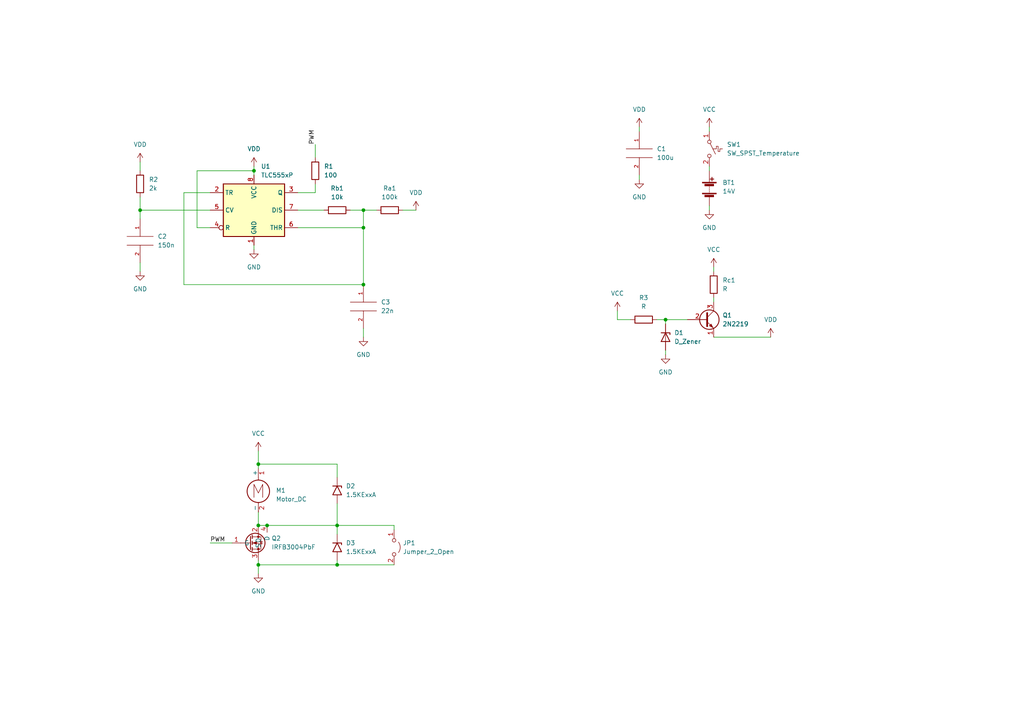
<source format=kicad_sch>
(kicad_sch (version 20211123) (generator eeschema)
  (paper "A4")
  (lib_symbols
    (symbol "Device:Battery" (pin_numbers hide) (pin_names (offset 0) hide)
      (property "Reference" "BT" (at 2.54 2.54 0))
      (property "Value" "Battery" (at 2.54 0 0))
      (symbol "Battery_0_1"
        (rectangle (start -2.032 -1.397) (end 2.032 -1.651) (fill (type outline)))
        (rectangle (start -2.032 1.778) (end 2.032 1.524) (fill (type outline)))
        (rectangle (start -1.3208 -1.9812) (end 1.27 -2.4892) (fill (type outline)))
        (rectangle (start -1.3208 1.1938) (end 1.27 0.6858) (fill (type outline)))
        (polyline (pts (xy 0 -1.524) (xy 0 -1.27)))
        (polyline (pts (xy 0 -1.016) (xy 0 -0.762)))
        (polyline (pts (xy 0 -0.508) (xy 0 -0.254)))
        (polyline (pts (xy 0 0) (xy 0 0.254)))
        (polyline (pts (xy 0 0.508) (xy 0 0.762)))
        (polyline (pts (xy 0 1.778) (xy 0 2.54)))
        (polyline (pts (xy 0.254 2.667) (xy 1.27 2.667)) (stroke (width 0.254)))
        (polyline (pts (xy 0.762 3.175) (xy 0.762 2.159)) (stroke (width 0.254)))
      )
      (symbol "Battery_1_1"
        (pin passive line (at 0 5.08 270) (length 2.54) (name "+") (number "1"))
        (pin passive line (at 0 -5.08 90) (length 2.54) (name "-") (number "2"))
      )
    )
    (symbol "Device:D_Zener" (pin_numbers hide) (pin_names (offset 1.016) hide)
      (property "Reference" "D" (at 0 2.54 0))
      (property "Value" "D_Zener" (at 0 -2.54 0))
      (symbol "D_Zener_0_1"
        (polyline (pts (xy 1.27 0) (xy -1.27 0)))
        (polyline (pts (xy -1.27 -1.27) (xy -1.27 1.27) (xy -0.762 1.27)) (stroke (width 0.254)))
        (polyline (pts (xy 1.27 -1.27) (xy 1.27 1.27) (xy -1.27 0) (xy 1.27 -1.27)) (stroke (width 0.254)))
      )
      (symbol "D_Zener_1_1"
        (pin passive line (at -3.81 0 0) (length 2.54) (name "K") (number "1"))
        (pin passive line (at 3.81 0 180) (length 2.54) (name "A") (number "2"))
      )
    )
    (symbol "Device:R" (pin_numbers hide) (pin_names (offset 0))
      (property "Reference" "R" (at 2.032 0 90))
      (property "Value" "R" (at 0 0 90))
      (symbol "R_0_1"
        (rectangle (start -1.016 -2.54) (end 1.016 2.54) (stroke (width 0.254)))
      )
      (symbol "R_1_1"
        (pin passive line (at 0 3.81 270) (length 1.27) (name "~") (number "1"))
        (pin passive line (at 0 -3.81 90) (length 1.27) (name "~") (number "2"))
      )
    )
    (symbol "Diode:1.5KExxA" (pin_numbers hide) (pin_names (offset 1.016) hide)
      (property "Reference" "D" (at 0 2.54 0))
      (property "Value" "1.5KExxA" (at 0 -2.54 0))
      (symbol "1.5KExxA_0_1"
        (polyline (pts (xy -0.762 1.27) (xy -1.27 1.27) (xy -1.27 -1.27)) (stroke (width 0.254)))
        (polyline (pts (xy 1.27 1.27) (xy 1.27 -1.27) (xy -1.27 0) (xy 1.27 1.27)) (stroke (width 0.254)))
      )
      (symbol "1.5KExxA_1_1"
        (pin passive line (at -3.81 0 0) (length 2.54) (name "A1") (number "1"))
        (pin passive line (at 3.81 0 180) (length 2.54) (name "A2") (number "2"))
      )
    )
    (symbol "IRFB3004PbF:IRFB3004PbF" (pin_names (offset 1.016))
      (property "Reference" "Q" (at 3.81 1.27 0))
      (property "Value" "IRFB3004PbF" (at 8.89 -1.27 0))
      (symbol "IRFB3004PbF_1_1"
        (circle (center -0.889 0) (radius 2.8194) (stroke (width 0.254)))
        (circle (center 0 -1.778) (radius 0.2794) (fill (type outline)))
        (polyline (pts (xy -2.286 0) (xy -5.08 0)))
        (polyline (pts (xy -1.778 -1.778) (xy 0 -1.778)))
        (polyline (pts (xy -1.778 -1.27) (xy -1.778 -2.286)) (stroke (width 0.254)))
        (polyline (pts (xy -1.778 0) (xy 0 0)))
        (polyline (pts (xy -1.778 0.508) (xy -1.778 -0.508)) (stroke (width 0.254)))
        (polyline (pts (xy -1.778 1.778) (xy 0 1.778)))
        (polyline (pts (xy -1.778 2.286) (xy -1.778 1.27)) (stroke (width 0.254)))
        (polyline (pts (xy 0 -1.778) (xy 0 -2.54)))
        (polyline (pts (xy 0 -1.778) (xy 0 0)))
        (polyline (pts (xy 0 2.54) (xy 0 1.778)))
        (polyline (pts (xy -2.286 1.905) (xy -2.286 -1.905) (xy -2.286 -1.905)) (stroke (width 0.254)))
        (polyline (pts (xy -1.524 0) (xy -0.508 0.381) (xy -0.508 -0.381) (xy -1.524 0)) (fill (type outline)))
        (polyline (pts (xy 0 -1.778) (xy 0.762 -1.778) (xy 0.762 1.778) (xy 0 1.778)))
        (polyline (pts (xy 0.254 0.508) (xy 0.381 0.381) (xy 1.143 0.381) (xy 1.27 0.254)))
        (polyline (pts (xy 0.762 0.381) (xy 0.381 -0.254) (xy 1.143 -0.254) (xy 0.762 0.381)))
        (circle (center 0 1.778) (radius 0.2794) (fill (type outline)))
        (pin input line (at -7.62 0 0) (length 2.54) (name "G") (number "1"))
        (pin passive line (at 0 5.08 270) (length 2.54) (name "D") (number "2"))
        (pin passive line (at 0 -5.08 90) (length 2.54) (name "S") (number "3"))
        (pin passive line (at 2.54 5.08 270) (length 2.0066) (name "D") (number "4"))
      )
    )
    (symbol "Jumper:Jumper_2_Open" (pin_names (offset 0) hide)
      (property "Reference" "JP" (at 0 2.794 0))
      (property "Value" "Jumper_2_Open" (at 0 -2.286 0))
      (symbol "Jumper_2_Open_0_0"
        (circle (center -2.032 0) (radius 0.508))
        (circle (center 2.032 0) (radius 0.508))
      )
      (symbol "Jumper_2_Open_0_1"
        (arc (start 1.524 1.27) (mid 0 1.778) (end -1.524 1.27))
      )
      (symbol "Jumper_2_Open_1_1"
        (pin passive line (at -5.08 0 0) (length 2.54) (name "A") (number "1"))
        (pin passive line (at 5.08 0 180) (length 2.54) (name "B") (number "2"))
      )
    )
    (symbol "Motor:Motor_DC" (pin_names (offset 0))
      (property "Reference" "M" (at 2.54 2.54 0))
      (property "Value" "Motor_DC" (at 2.54 -5.08 0))
      (symbol "Motor_DC_0_0"
        (polyline (pts (xy -1.27 -3.302) (xy -1.27 0.508) (xy 0 -2.032) (xy 1.27 0.508) (xy 1.27 -3.302)))
      )
      (symbol "Motor_DC_0_1"
        (circle (center 0 -1.524) (radius 3.2512) (stroke (width 0.254)))
        (polyline (pts (xy 0 -7.62) (xy 0 -7.112)))
        (polyline (pts (xy 0 -4.7752) (xy 0 -5.1816)))
        (polyline (pts (xy 0 1.7272) (xy 0 2.0828)))
        (polyline (pts (xy 0 2.032) (xy 0 2.54)))
      )
      (symbol "Motor_DC_1_1"
        (pin passive line (at 0 5.08 270) (length 2.54) (name "+") (number "1"))
        (pin passive line (at 0 -7.62 90) (length 2.54) (name "-") (number "2"))
      )
    )
    (symbol "Switch:SW_SPST_Temperature" (pin_names (offset 0) hide)
      (property "Reference" "SW" (at 1.778 3.048 0))
      (property "Value" "SW_SPST_Temperature" (at 0 -2.54 0))
      (symbol "SW_SPST_Temperature_0_0"
        (circle (center -2.032 0) (radius 0.508))
        (polyline (pts (xy -1.524 0.254) (xy 1.524 1.778)))
        (polyline (pts (xy 0 1.016) (xy 0 2.032) (xy -0.762 2.032) (xy -0.762 2.54) (xy 0.762 2.54) (xy 0.762 3.048) (xy 0 3.048) (xy 0 3.81)))
        (circle (center 2.032 0) (radius 0.508))
      )
      (symbol "SW_SPST_Temperature_1_1"
        (pin passive line (at -5.08 0 0) (length 2.54) (name "A") (number "1"))
        (pin passive line (at 5.08 0 180) (length 2.54) (name "B") (number "2"))
      )
    )
    (symbol "Timer:TLC555xP"
      (property "Reference" "U" (at -10.16 8.89 0))
      (property "Value" "TLC555xP" (at 2.54 8.89 0))
      (symbol "TLC555xP_0_0"
        (pin power_in line (at 0 -10.16 90) (length 2.54) (name "GND") (number "1"))
        (pin power_in line (at 0 10.16 270) (length 2.54) (name "VCC") (number "8"))
      )
      (symbol "TLC555xP_0_1"
        (rectangle (start -8.89 -7.62) (end 8.89 7.62) (stroke (width 0.254)) (fill (type background)))
        (rectangle (start -8.89 -7.62) (end 8.89 7.62) (stroke (width 0.254)) (fill (type background)))
      )
      (symbol "TLC555xP_1_1"
        (pin input line (at -12.7 5.08 0) (length 3.81) (name "TR") (number "2"))
        (pin output line (at 12.7 5.08 180) (length 3.81) (name "Q") (number "3"))
        (pin input inverted (at -12.7 -5.08 0) (length 3.81) (name "R") (number "4"))
        (pin input line (at -12.7 0 0) (length 3.81) (name "CV") (number "5"))
        (pin input line (at 12.7 -5.08 180) (length 3.81) (name "THR") (number "6"))
        (pin input line (at 12.7 0 180) (length 3.81) (name "DIS") (number "7"))
      )
    )
    (symbol "Transistor_BJT:2N2219" (pin_names (offset 0) hide)
      (property "Reference" "Q" (at 5.08 1.905 0))
      (property "Value" "2N2219" (at 5.08 0 0))
      (symbol "2N2219_0_1"
        (polyline (pts (xy 0.635 0.635) (xy 2.54 2.54)))
        (polyline (pts (xy 0.635 -0.635) (xy 2.54 -2.54) (xy 2.54 -2.54)))
        (polyline (pts (xy 0.635 1.905) (xy 0.635 -1.905) (xy 0.635 -1.905)) (stroke (width 0.508)))
        (polyline (pts (xy 1.27 -1.778) (xy 1.778 -1.27) (xy 2.286 -2.286) (xy 1.27 -1.778) (xy 1.27 -1.778)) (fill (type outline)))
        (circle (center 1.27 0) (radius 2.8194) (stroke (width 0.254)))
      )
      (symbol "2N2219_1_1"
        (pin passive line (at 2.54 -5.08 90) (length 2.54) (name "E") (number "1"))
        (pin passive line (at -5.08 0 0) (length 5.715) (name "B") (number "2"))
        (pin passive line (at 2.54 5.08 270) (length 2.54) (name "C") (number "3"))
      )
    )
    (symbol "power:GND" (power) (pin_names (offset 0))
      (property "Value" "GND" (at 0 -3.81 0))
      (symbol "GND_0_1"
        (polyline (pts (xy 0 0) (xy 0 -1.27) (xy 1.27 -1.27) (xy 0 -2.54) (xy -1.27 -1.27) (xy 0 -1.27)))
      )
      (symbol "GND_1_1"
        (pin power_in line (at 0 0 270) (length 0) hide (name "GND") (number "1"))
      )
    )
    (symbol "power:VCC" (power) (pin_names (offset 0))
      (property "Value" "VCC" (at 0 3.81 0))
      (symbol "VCC_0_1"
        (polyline (pts (xy -0.762 1.27) (xy 0 2.54)))
        (polyline (pts (xy 0 0) (xy 0 2.54)))
        (polyline (pts (xy 0 2.54) (xy 0.762 1.27)))
      )
      (symbol "VCC_1_1"
        (pin power_in line (at 0 0 90) (length 0) hide (name "VCC") (number "1"))
      )
    )
    (symbol "power:VDD" (power) (pin_names (offset 0))
      (property "Value" "VDD" (at 0 3.81 0))
      (symbol "VDD_0_1"
        (polyline (pts (xy -0.762 1.27) (xy 0 2.54)))
        (polyline (pts (xy 0 0) (xy 0 2.54)))
        (polyline (pts (xy 0 2.54) (xy 0.762 1.27)))
      )
      (symbol "VDD_1_1"
        (pin power_in line (at 0 0 90) (length 0) hide (name "VDD") (number "1"))
      )
    )
    (symbol "pspice:C" (pin_names (offset 0.254))
      (property "Reference" "C" (at 2.54 3.81 90))
      (property "Value" "C" (at 2.54 -3.81 90))
      (symbol "C_0_1"
        (polyline (pts (xy -3.81 -1.27) (xy 3.81 -1.27)))
        (polyline (pts (xy -3.81 1.27) (xy 3.81 1.27)))
      )
      (symbol "C_1_1"
        (pin passive line (at 0 6.35 270) (length 5.08) (name "~") (number "1"))
        (pin passive line (at 0 -6.35 90) (length 5.08) (name "~") (number "2"))
      )
    )
  )
  (junction (at 193.04 92.71))
  (junction (at 97.79 152.4))
  (junction (at 97.79 163.83))
  (junction (at 74.93 152.4))
  (junction (at 40.64 60.96))
  (junction (at 73.66 49.53))
  (junction (at 74.93 134.62))
  (junction (at 105.41 66.04))
  (junction (at 74.93 163.83))
  (junction (at 105.41 82.55))
  (junction (at 77.47 152.4))
  (junction (at 105.41 60.96))
  (wire (pts (xy 57.15 49.53) (xy 73.66 49.53)))
  (wire (pts (xy 97.79 152.4) (xy 114.3 152.4)))
  (wire (pts (xy 40.64 46.99) (xy 40.64 49.53)))
  (wire (pts (xy 53.34 55.88) (xy 53.34 82.55)))
  (wire (pts (xy 97.79 163.83) (xy 114.3 163.83)))
  (wire (pts (xy 74.93 163.83) (xy 97.79 163.83)))
  (wire (pts (xy 86.36 60.96) (xy 93.98 60.96)))
  (wire (pts (xy 74.93 148.59) (xy 74.93 152.4)))
  (wire (pts (xy 73.66 49.53) (xy 73.66 50.8)))
  (wire (pts (xy 116.84 60.96) (xy 120.65 60.96)))
  (wire (pts (xy 60.96 66.04) (xy 57.15 66.04)))
  (wire (pts (xy 207.01 86.36) (xy 207.01 87.63)))
  (wire (pts (xy 190.5 92.71) (xy 193.04 92.71)))
  (wire (pts (xy 105.41 95.25) (xy 105.41 97.79)))
  (wire (pts (xy 73.66 71.12) (xy 73.66 72.39)))
  (wire (pts (xy 97.79 146.05) (xy 97.79 152.4)))
  (wire (pts (xy 97.79 152.4) (xy 97.79 154.94)))
  (wire (pts (xy 185.42 36.83) (xy 185.42 38.1)))
  (wire (pts (xy 97.79 162.56) (xy 97.79 163.83)))
  (wire (pts (xy 193.04 92.71) (xy 193.04 93.98)))
  (wire (pts (xy 40.64 60.96) (xy 40.64 63.5)))
  (wire (pts (xy 114.3 152.4) (xy 114.3 153.67)))
  (wire (pts (xy 105.41 60.96) (xy 105.41 66.04)))
  (wire (pts (xy 205.74 48.26) (xy 205.74 49.53)))
  (wire (pts (xy 74.93 163.83) (xy 74.93 166.37)))
  (wire (pts (xy 74.93 134.62) (xy 74.93 135.89)))
  (wire (pts (xy 74.93 152.4) (xy 77.47 152.4)))
  (wire (pts (xy 74.93 162.56) (xy 74.93 163.83)))
  (wire (pts (xy 74.93 130.81) (xy 74.93 134.62)))
  (wire (pts (xy 185.42 50.8) (xy 185.42 52.07)))
  (wire (pts (xy 101.6 60.96) (xy 105.41 60.96)))
  (wire (pts (xy 97.79 138.43) (xy 97.79 134.62)))
  (wire (pts (xy 40.64 76.2) (xy 40.64 78.74)))
  (wire (pts (xy 53.34 82.55) (xy 105.41 82.55)))
  (wire (pts (xy 91.44 41.91) (xy 91.44 45.72)))
  (wire (pts (xy 73.66 48.26) (xy 73.66 49.53)))
  (wire (pts (xy 193.04 101.6) (xy 193.04 102.87)))
  (wire (pts (xy 40.64 60.96) (xy 60.96 60.96)))
  (wire (pts (xy 60.96 55.88) (xy 53.34 55.88)))
  (wire (pts (xy 86.36 55.88) (xy 91.44 55.88)))
  (wire (pts (xy 105.41 82.55) (xy 105.41 66.04)))
  (wire (pts (xy 91.44 53.34) (xy 91.44 55.88)))
  (wire (pts (xy 74.93 134.62) (xy 97.79 134.62)))
  (wire (pts (xy 60.96 157.48) (xy 67.31 157.48)))
  (wire (pts (xy 179.07 90.17) (xy 179.07 92.71)))
  (wire (pts (xy 57.15 66.04) (xy 57.15 49.53)))
  (wire (pts (xy 40.64 57.15) (xy 40.64 60.96)))
  (wire (pts (xy 105.41 66.04) (xy 86.36 66.04)))
  (wire (pts (xy 179.07 92.71) (xy 182.88 92.71)))
  (wire (pts (xy 205.74 36.83) (xy 205.74 38.1)))
  (wire (pts (xy 105.41 60.96) (xy 109.22 60.96)))
  (wire (pts (xy 207.01 77.47) (xy 207.01 78.74)))
  (wire (pts (xy 77.47 152.4) (xy 97.79 152.4)))
  (wire (pts (xy 207.01 97.79) (xy 223.52 97.79)))
  (wire (pts (xy 193.04 92.71) (xy 199.39 92.71)))
  (wire (pts (xy 205.74 59.69) (xy 205.74 60.96)))
  (label "PWM" (at 91.44 41.91 90))
  (label "PWM" (at 60.96 157.48 0))
  (symbol (lib_id "power:VDD") (at 223.52 97.79 0) (unit 1)
    (property "Reference" "#PWR013" (effects hide))
    (property "Value" "VDD" (at 223.52 92.71 0))
  )
  (symbol (lib_id "power:GND") (at 105.41 97.79 0) (unit 1)
    (property "Reference" "#PWR012" (effects hide))
    (property "Value" "GND" (at 105.41 102.87 0))
  )
  (symbol (lib_id "Diode:1.5KExxA") (at 97.79 142.24 270) (unit 1)
    (property "Reference" "D2" (at 100.33 140.9699 90) (effects (justify left)))
    (property "Value" "1.5KExxA" (at 100.33 143.5099 90) (effects (justify left)))
    (property "Footprint" "Diode_THT:D_DO-201AE_P15.24mm_Horizontal" (effects hide))
    (property "Datasheet" "https://www.vishay.com/docs/88301/15ke.pdf" (effects hide))
  )
  (symbol (lib_id "power:VDD") (at 40.64 46.99 0) (unit 1)
    (property "Reference" "#PWR03" (effects hide))
    (property "Value" "VDD" (at 40.64 41.91 0))
  )
  (symbol (lib_id "Device:R") (at 91.44 49.53 180) (unit 1)
    (property "Reference" "R1" (at 93.98 48.2599 0) (effects (justify right)))
    (property "Value" "100" (at 93.98 50.7999 0) (effects (justify right)))
    (property "Footprint" "Resistor_THT:R_Axial_DIN0207_L6.3mm_D2.5mm_P2.54mm_Vertical" (effects hide))
  )
  (symbol (lib_id "power:VCC") (at 179.07 90.17 0) (unit 1)
    (property "Reference" "#PWR011" (effects hide))
    (property "Value" "VCC" (at 179.07 85.09 0))
  )
  (symbol (lib_id "Timer:TLC555xP") (at 73.66 60.96 0) (unit 1)
    (property "Reference" "U1" (at 75.6794 48.26 0) (effects (justify left)))
    (property "Value" "TLC555xP" (at 75.6794 50.8 0) (effects (justify left)))
    (property "Footprint" "Package_DIP:DIP-8_W7.62mm" (effects hide))
    (property "Datasheet" "http://www.ti.com/lit/ds/symlink/tlc555.pdf" (effects hide))
  )
  (symbol (lib_id "Diode:1.5KExxA") (at 97.79 158.75 270) (unit 1)
    (property "Reference" "D3" (at 100.33 157.4799 90) (effects (justify left)))
    (property "Value" "1.5KExxA" (at 100.33 160.0199 90) (effects (justify left)))
    (property "Footprint" "Diode_THT:D_DO-201AE_P15.24mm_Horizontal" (effects hide))
    (property "Datasheet" "https://www.vishay.com/docs/88301/15ke.pdf" (effects hide))
  )
  (symbol (lib_id "power:VDD") (at 120.65 60.96 0) (unit 1)
    (property "Reference" "#PWR06" (effects hide))
    (property "Value" "VDD" (at 120.65 55.88 0))
  )
  (symbol (lib_id "Device:R") (at 186.69 92.71 90) (unit 1)
    (property "Reference" "R3" (at 186.69 86.36 90))
    (property "Value" "R" (at 186.69 88.9 90))
    (property "Footprint" "Resistor_THT:R_Axial_DIN0207_L6.3mm_D2.5mm_P5.08mm_Vertical" (effects hide))
  )
  (symbol (lib_id "Device:Battery") (at 205.74 54.61 0) (unit 1)
    (property "Reference" "BT1" (at 209.55 52.9589 0) (effects (justify left)))
    (property "Value" "14V" (at 209.55 55.4989 0) (effects (justify left)))
    (property "Footprint" "Battery:BatteryHolder_Bulgin_BX0036_1xC" (effects hide))
  )
  (symbol (lib_id "pspice:C") (at 105.41 88.9 0) (unit 1)
    (property "Reference" "C3" (at 110.49 87.6299 0) (effects (justify left)))
    (property "Value" "22n" (at 110.49 90.1699 0) (effects (justify left)))
    (property "Footprint" "Capacitor_THT:C_Axial_L5.1mm_D3.1mm_P7.50mm_Horizontal" (effects hide))
  )
  (symbol (lib_id "power:VCC") (at 205.74 36.83 0) (unit 1)
    (property "Reference" "#PWR02" (effects hide))
    (property "Value" "VCC" (at 205.74 31.75 0))
  )
  (symbol (lib_id "power:GND") (at 205.74 60.96 0) (unit 1)
    (property "Reference" "#PWR07" (effects hide))
    (property "Value" "GND" (at 205.74 66.04 0))
  )
  (symbol (lib_id "Jumper:Jumper_2_Open") (at 114.3 158.75 270) (unit 1)
    (property "Reference" "JP1" (at 116.84 157.4799 90) (effects (justify left)))
    (property "Value" "Jumper_2_Open" (at 116.84 160.0199 90) (effects (justify left)))
    (property "Footprint" "Connector_Wire:SolderWire-2sqmm_1x03_P7.8mm_D2mm_OD3.9mm_Relief2x" (effects hide))
  )
  (symbol (lib_id "Motor:Motor_DC") (at 74.93 140.97 0) (unit 1)
    (property "Reference" "M1" (at 80.01 142.2399 0) (effects (justify left)))
    (property "Value" "Motor_DC" (at 80.01 144.7799 0) (effects (justify left)))
    (property "Footprint" "Connector_Wire:SolderWire-2sqmm_1x03_P7.8mm_D2mm_OD3.9mm_Relief2x" (effects hide))
  )
  (symbol (lib_id "Transistor_BJT:2N2219") (at 204.47 92.71 0) (unit 1)
    (property "Reference" "Q1" (at 209.55 91.4399 0) (effects (justify left)))
    (property "Value" "2N2219" (at 209.55 93.9799 0) (effects (justify left)))
    (property "Footprint" "Package_TO_SOT_THT:TO-39-3" (effects hide))
    (property "Datasheet" "http://www.onsemi.com/pub_link/Collateral/2N2219-D.PDF" (effects hide))
  )
  (symbol (lib_id "IRFB3004PbF:IRFB3004PbF") (at 74.93 157.48 0) (unit 1)
    (property "Reference" "Q2" (at 78.74 156.1464 0) (effects (justify left)))
    (property "Value" "IRFB3004PbF" (at 78.74 158.6864 0) (effects (justify left)))
    (property "Footprint" "LIB:TO-220-3-4_Horizontal_TabDown" (effects hide))
  )
  (symbol (lib_id "Device:D_Zener") (at 193.04 97.79 270) (unit 1)
    (property "Reference" "D1" (at 195.58 96.5199 90) (effects (justify left)))
    (property "Value" "D_Zener" (at 195.58 99.0599 90) (effects (justify left)))
    (property "Footprint" "Diode_THT:D_DO-15_P3.81mm_Vertical_AnodeUp" (effects hide))
  )
  (symbol (lib_id "power:GND") (at 193.04 102.87 0) (unit 1)
    (property "Reference" "#PWR014" (effects hide))
    (property "Value" "GND" (at 193.04 107.95 0))
  )
  (symbol (lib_id "power:GND") (at 73.66 72.39 0) (unit 1)
    (property "Reference" "#PWR08" (effects hide))
    (property "Value" "GND" (at 73.66 77.47 0))
  )
  (symbol (lib_id "pspice:C") (at 40.64 69.85 0) (unit 1)
    (property "Reference" "C2" (at 45.72 68.5799 0) (effects (justify left)))
    (property "Value" "150n" (at 45.72 71.1199 0) (effects (justify left)))
    (property "Footprint" "Capacitor_THT:C_Axial_L5.1mm_D3.1mm_P7.50mm_Horizontal" (effects hide))
  )
  (symbol (lib_id "power:GND") (at 185.42 52.07 0) (unit 1)
    (property "Reference" "#PWR05" (effects hide))
    (property "Value" "GND" (at 185.42 57.15 0))
  )
  (symbol (lib_id "Device:R") (at 207.01 82.55 0) (unit 1)
    (property "Reference" "Rc1" (at 209.55 81.2799 0) (effects (justify left)))
    (property "Value" "R" (at 209.55 83.8199 0) (effects (justify left)))
  )
  (symbol (lib_id "power:VDD") (at 73.66 48.26 0) (unit 1)
    (property "Reference" "#PWR04" (effects hide))
    (property "Value" "VDD" (at 73.66 43.18 0))
  )
  (symbol (lib_id "power:GND") (at 74.93 166.37 0) (unit 1)
    (property "Reference" "#PWR016" (effects hide))
    (property "Value" "GND" (at 74.93 171.45 0))
  )
  (symbol (lib_id "Switch:SW_SPST_Temperature") (at 205.74 43.18 270) (unit 1)
    (property "Reference" "SW1" (at 210.82 41.9099 90) (effects (justify left)))
    (property "Value" "SW_SPST_Temperature" (at 210.82 44.4499 90) (effects (justify left)))
    (property "Footprint" "Connector_Wire:SolderWire-2sqmm_1x02_P7.8mm_D2mm_OD3.9mm_Relief2x" (effects hide))
  )
  (symbol (lib_id "power:VDD") (at 185.42 36.83 0) (unit 1)
    (property "Reference" "#PWR01" (effects hide))
    (property "Value" "VDD" (at 185.42 31.75 0))
  )
  (symbol (lib_id "Device:R") (at 113.03 60.96 90) (unit 1)
    (property "Reference" "Ra1" (at 113.03 54.61 90))
    (property "Value" "100k" (at 113.03 57.15 90))
    (property "Footprint" "Resistor_THT:R_Axial_DIN0207_L6.3mm_D2.5mm_P5.08mm_Vertical" (effects hide))
  )
  (symbol (lib_id "power:VCC") (at 74.93 130.81 0) (unit 1)
    (property "Reference" "#PWR015" (effects hide))
    (property "Value" "VCC" (at 74.93 125.73 0))
  )
  (symbol (lib_id "Device:R") (at 40.64 53.34 0) (unit 1)
    (property "Reference" "R2" (at 43.18 52.0699 0) (effects (justify left)))
    (property "Value" "2k" (at 43.18 54.6099 0) (effects (justify left)))
    (property "Footprint" "Resistor_THT:R_Axial_DIN0207_L6.3mm_D2.5mm_P5.08mm_Vertical" (effects hide))
  )
  (symbol (lib_id "pspice:C") (at 185.42 44.45 0) (unit 1)
    (property "Reference" "C1" (at 190.5 43.1799 0) (effects (justify left)))
    (property "Value" "100u" (at 190.5 45.7199 0) (effects (justify left)))
    (property "Footprint" "Capacitor_THT:C_Axial_L5.1mm_D3.1mm_P7.50mm_Horizontal" (effects hide))
  )
  (symbol (lib_id "power:VCC") (at 207.01 77.47 0) (unit 1)
    (property "Reference" "#PWR09" (effects hide))
    (property "Value" "VCC" (at 207.01 72.39 0))
  )
  (symbol (lib_id "Device:R") (at 97.79 60.96 90) (unit 1)
    (property "Reference" "Rb1" (at 97.79 54.61 90))
    (property "Value" "10k" (at 97.79 57.15 90))
    (property "Footprint" "Resistor_THT:R_Axial_DIN0207_L6.3mm_D2.5mm_P5.08mm_Vertical" (effects hide))
  )
  (symbol (lib_id "power:GND") (at 40.64 78.74 0) (unit 1)
    (property "Reference" "#PWR010" (effects hide))
    (property "Value" "GND" (at 40.64 83.82 0))
  )
)
</source>
